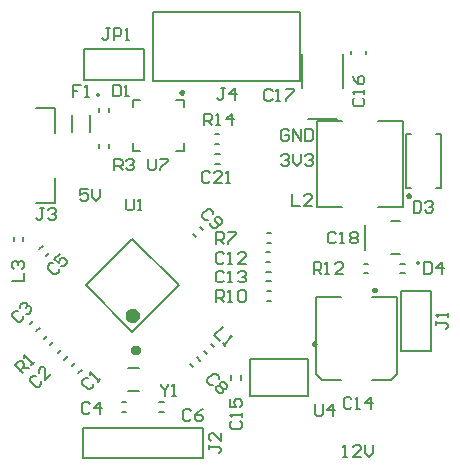
<source format=gto>
%FSTAX23Y23*%
%MOIN*%
%SFA1B1*%

%IPPOS*%
%ADD39C,0.007870*%
%ADD57C,0.009840*%
%ADD58C,0.010000*%
%ADD59C,0.023620*%
%ADD60C,0.005910*%
%LNstepperpcb-1*%
%LPD*%
G54D39*
X01236Y00564D02*
X0132D01*
X0105D02*
X01133D01*
X01236Y00289D02*
X013D01*
X0132Y00309*
Y00564*
X0105Y00309D02*
Y00564D01*
Y00309D02*
X0107Y00289D01*
X01133*
X00828Y0036D02*
X01021D01*
X00828Y00234D02*
X01021D01*
Y0036*
X00828Y00234D02*
Y0036D01*
X00798Y0029D02*
Y00305D01*
X00766Y0029D02*
Y00305D01*
X00628Y00342D02*
X0064Y00331D01*
X00651Y00365D02*
X00662Y00353D01*
X00401Y00214D02*
X00417D01*
X00401Y00183D02*
X00417D01*
X00525D02*
X00541D01*
X00525Y00214D02*
X00541D01*
X00141Y00427D02*
X00151Y00437D01*
X00163Y00405D02*
X00173Y00414D01*
X01053Y01153D02*
X01137D01*
X01053Y00866D02*
X01137D01*
X01255Y01153D02*
X0134D01*
X01255Y00866D02*
X0134D01*
X01053D02*
Y01153D01*
X0134Y00866D02*
Y01153D01*
X00277Y0129D02*
X00477D01*
Y01393*
X00277D02*
X00477D01*
X00277Y0129D02*
Y01393D01*
X00326Y01063D02*
Y01077D01*
X00358Y01063D02*
Y01077D01*
X00699Y00409D02*
X00709Y004D01*
X00676Y00387D02*
X00686Y00377D01*
X00421Y00251D02*
X0046D01*
X00421Y0033D02*
X0046D01*
X00713Y01108D02*
X00727D01*
X00713Y01076D02*
X00727D01*
X01209Y00677D02*
X01223D01*
X01209Y00645D02*
X01223D01*
X00884Y00552D02*
X00898D01*
X00884Y00584D02*
X00898D01*
X00884Y00747D02*
X00898D01*
X00884Y00779D02*
X00898D01*
X01021Y01159D02*
X0112D01*
X01001Y01261D02*
X01001Y01376D01*
X01139Y01261D02*
X01139Y01376D01*
X01216Y01375D02*
Y01387D01*
X01165Y01375D02*
Y01387D01*
X0135Y00929D02*
Y0111D01*
X01464Y00929D02*
Y0111D01*
X0135Y00929D02*
X01364D01*
X0135Y0111D02*
X01364D01*
X0145Y00929D02*
X01464D01*
X0145Y0111D02*
X01464D01*
X00504Y01515D02*
X00996D01*
X00504Y01287D02*
Y01515D01*
Y01287D02*
X00996D01*
Y01515*
X00712Y01009D02*
X00728D01*
X00712Y01041D02*
X00728D01*
X00661Y008D02*
X00672Y00789D01*
X00638Y00777D02*
X00649Y00766D01*
X00881Y00683D02*
X00897D01*
X00881Y00714D02*
X00897D01*
X00883Y00618D02*
X00899D01*
X00883Y00649D02*
X00899D01*
X01333Y00387D02*
X01433D01*
X01333D02*
Y00587D01*
X01433*
Y00387D02*
Y00587D01*
X01299Y00818D02*
X0133D01*
X01299Y00708D02*
X0133D01*
X01213Y00722D02*
Y00804D01*
X01328Y00645D02*
X01344D01*
X01328Y00677D02*
X01344D01*
X00326Y01181D02*
Y01196D01*
X00358Y01181D02*
Y01196D01*
X00149Y00701D02*
X0016Y00712D01*
X00127Y00724D02*
X00138Y00735D01*
X00041Y00752D02*
Y00766D01*
X00073Y00752D02*
Y00766D01*
X00095Y00474D02*
X00106Y00485D01*
X00117Y00451D02*
X00128Y00462D01*
X00188Y00379D02*
X00199Y0039D01*
X0021Y00357D02*
X00221Y00368D01*
X00257Y00312D02*
X00268Y00323D01*
X00235Y00334D02*
X00246Y00345D01*
X00273Y0003D02*
X00673D01*
Y0013*
X00273D02*
X00673D01*
X00273Y0003D02*
Y0013D01*
X0018Y00879D02*
Y00961D01*
Y01113D02*
Y01194D01*
X00117D02*
X0018D01*
X00117Y00879D02*
X0018D01*
X00437Y0076D02*
X00592Y00604D01*
X00281D02*
X00437Y00448D01*
X00281Y00604D02*
X00437Y0076D01*
Y00448D02*
X00592Y00604D01*
G54D57*
X01249Y00589D02*
D01*
X01249Y00589*
X01249Y00589*
X01249Y0059*
X01249Y0059*
X01249Y0059*
X01249Y00591*
X01249Y00591*
X01249Y00591*
X01249Y00591*
X01248Y00592*
X01248Y00592*
X01248Y00592*
X01248Y00592*
X01247Y00593*
X01247Y00593*
X01247Y00593*
X01246Y00593*
X01246Y00593*
X01246Y00593*
X01245Y00593*
X01245Y00593*
X01245Y00593*
X01244*
X01244Y00593*
X01244Y00593*
X01243Y00593*
X01243Y00593*
X01243Y00593*
X01242Y00593*
X01242Y00593*
X01242Y00593*
X01242Y00592*
X01241Y00592*
X01241Y00592*
X01241Y00592*
X01241Y00591*
X0124Y00591*
X0124Y00591*
X0124Y00591*
X0124Y0059*
X0124Y0059*
X0124Y0059*
X0124Y00589*
X0124Y00589*
X0124Y00589*
X0124Y00588*
X0124Y00588*
X0124Y00588*
X0124Y00587*
X0124Y00587*
X0124Y00587*
X0124Y00586*
X0124Y00586*
X01241Y00586*
X01241Y00585*
X01241Y00585*
X01241Y00585*
X01242Y00585*
X01242Y00584*
X01242Y00584*
X01242Y00584*
X01243Y00584*
X01243Y00584*
X01243Y00584*
X01244Y00584*
X01244Y00584*
X01244Y00584*
X01245*
X01245Y00584*
X01245Y00584*
X01246Y00584*
X01246Y00584*
X01246Y00584*
X01247Y00584*
X01247Y00584*
X01247Y00584*
X01248Y00585*
X01248Y00585*
X01248Y00585*
X01248Y00585*
X01249Y00586*
X01249Y00586*
X01249Y00586*
X01249Y00587*
X01249Y00587*
X01249Y00587*
X01249Y00588*
X01249Y00588*
X01249Y00588*
X01249Y00589*
X01048Y00409D02*
D01*
X01048Y00409*
X01048Y0041*
X01048Y0041*
X01048Y0041*
X01047Y00411*
X01047Y00411*
X01047Y00411*
X01047Y00412*
X01047Y00412*
X01047Y00412*
X01046Y00412*
X01046Y00413*
X01046Y00413*
X01046Y00413*
X01045Y00413*
X01045Y00413*
X01045Y00414*
X01044Y00414*
X01044Y00414*
X01044Y00414*
X01043Y00414*
X01043Y00414*
X01043*
X01042Y00414*
X01042Y00414*
X01042Y00414*
X01041Y00414*
X01041Y00414*
X01041Y00413*
X0104Y00413*
X0104Y00413*
X0104Y00413*
X0104Y00413*
X01039Y00412*
X01039Y00412*
X01039Y00412*
X01039Y00412*
X01038Y00411*
X01038Y00411*
X01038Y00411*
X01038Y0041*
X01038Y0041*
X01038Y0041*
X01038Y00409*
X01038Y00409*
X01038Y00409*
X01038Y00408*
X01038Y00408*
X01038Y00408*
X01038Y00407*
X01038Y00407*
X01038Y00407*
X01039Y00406*
X01039Y00406*
X01039Y00406*
X01039Y00406*
X0104Y00405*
X0104Y00405*
X0104Y00405*
X0104Y00405*
X01041Y00405*
X01041Y00404*
X01041Y00404*
X01042Y00404*
X01042Y00404*
X01042Y00404*
X01043Y00404*
X01043*
X01043Y00404*
X01044Y00404*
X01044Y00404*
X01044Y00404*
X01045Y00404*
X01045Y00405*
X01045Y00405*
X01046Y00405*
X01046Y00405*
X01046Y00405*
X01046Y00406*
X01047Y00406*
X01047Y00406*
X01047Y00406*
X01047Y00407*
X01047Y00407*
X01047Y00407*
X01048Y00408*
X01048Y00408*
X01048Y00408*
X01048Y00409*
X01048Y00409*
X00607Y01248D02*
D01*
X00607Y01248*
X00607Y01249*
X00607Y01249*
X00607Y01249*
X00606Y0125*
X00606Y0125*
X00606Y0125*
X00606Y01251*
X00606Y01251*
X00606Y01251*
X00605Y01252*
X00605Y01252*
X00605Y01252*
X00605Y01252*
X00604Y01252*
X00604Y01253*
X00604Y01253*
X00603Y01253*
X00603Y01253*
X00603Y01253*
X00602Y01253*
X00602Y01253*
X00602*
X00601Y01253*
X00601Y01253*
X00601Y01253*
X006Y01253*
X006Y01253*
X006Y01253*
X00599Y01252*
X00599Y01252*
X00599Y01252*
X00599Y01252*
X00598Y01252*
X00598Y01251*
X00598Y01251*
X00598Y01251*
X00598Y0125*
X00597Y0125*
X00597Y0125*
X00597Y01249*
X00597Y01249*
X00597Y01249*
X00597Y01248*
X00597Y01248*
X00597Y01248*
X00597Y01247*
X00597Y01247*
X00597Y01247*
X00597Y01246*
X00597Y01246*
X00598Y01246*
X00598Y01246*
X00598Y01245*
X00598Y01245*
X00598Y01245*
X00599Y01244*
X00599Y01244*
X00599Y01244*
X00599Y01244*
X006Y01244*
X006Y01244*
X006Y01243*
X00601Y01243*
X00601Y01243*
X00601Y01243*
X00602Y01243*
X00602*
X00602Y01243*
X00603Y01243*
X00603Y01243*
X00603Y01243*
X00604Y01244*
X00604Y01244*
X00604Y01244*
X00605Y01244*
X00605Y01244*
X00605Y01244*
X00605Y01245*
X00606Y01245*
X00606Y01245*
X00606Y01246*
X00606Y01246*
X00606Y01246*
X00606Y01246*
X00607Y01247*
X00607Y01247*
X00607Y01247*
X00607Y01248*
X00607Y01248*
X01363Y00903D02*
D01*
X01363Y00903*
X01363Y00904*
X01363Y00904*
X01362Y00904*
X01362Y00905*
X01362Y00905*
X01362Y00905*
X01362Y00906*
X01362Y00906*
X01362Y00906*
X01361Y00906*
X01361Y00907*
X01361Y00907*
X01361Y00907*
X0136Y00907*
X0136Y00907*
X0136Y00908*
X01359Y00908*
X01359Y00908*
X01359Y00908*
X01358Y00908*
X01358Y00908*
X01358*
X01357Y00908*
X01357Y00908*
X01357Y00908*
X01356Y00908*
X01356Y00908*
X01356Y00907*
X01355Y00907*
X01355Y00907*
X01355Y00907*
X01354Y00907*
X01354Y00906*
X01354Y00906*
X01354Y00906*
X01354Y00906*
X01353Y00905*
X01353Y00905*
X01353Y00905*
X01353Y00904*
X01353Y00904*
X01353Y00904*
X01353Y00903*
X01353Y00903*
X01353Y00903*
X01353Y00902*
X01353Y00902*
X01353Y00902*
X01353Y00901*
X01353Y00901*
X01353Y00901*
X01354Y009*
X01354Y009*
X01354Y009*
X01354Y009*
X01354Y00899*
X01355Y00899*
X01355Y00899*
X01355Y00899*
X01356Y00899*
X01356Y00898*
X01356Y00898*
X01357Y00898*
X01357Y00898*
X01357Y00898*
X01358Y00898*
X01358*
X01358Y00898*
X01359Y00898*
X01359Y00898*
X01359Y00898*
X0136Y00898*
X0136Y00899*
X0136Y00899*
X01361Y00899*
X01361Y00899*
X01361Y00899*
X01361Y009*
X01362Y009*
X01362Y009*
X01362Y009*
X01362Y00901*
X01362Y00901*
X01362Y00901*
X01362Y00902*
X01363Y00902*
X01363Y00902*
X01363Y00903*
X01363Y00903*
G54D58*
X01389Y00682D02*
D01*
X01389Y00682*
X01389Y00682*
X01389Y00682*
X01389Y00682*
X01389Y00682*
X01389Y00682*
X01389Y00682*
X01389Y00683*
X01389Y00683*
X01389Y00683*
X01389Y00683*
X01389Y00683*
X01389Y00683*
X01388Y00683*
X01388Y00683*
X01388Y00683*
X01388Y00683*
X01388Y00683*
X01388Y00683*
X01388Y00683*
X01388Y00683*
X01388Y00683*
X01388*
X01388Y00683*
X01387Y00683*
X01387Y00683*
X01387Y00683*
X01387Y00683*
X01387Y00683*
X01387Y00683*
X01387Y00683*
X01387Y00683*
X01387Y00683*
X01387Y00683*
X01387Y00683*
X01387Y00683*
X01386Y00683*
X01386Y00682*
X01386Y00682*
X01386Y00682*
X01386Y00682*
X01386Y00682*
X01386Y00682*
X01386Y00682*
X01386Y00682*
X01386Y00682*
X01386Y00682*
X01386Y00681*
X01386Y00681*
X01386Y00681*
X01386Y00681*
X01386Y00681*
X01386Y00681*
X01387Y00681*
X01387Y00681*
X01387Y00681*
X01387Y00681*
X01387Y00681*
X01387Y00681*
X01387Y00681*
X01387Y00681*
X01387Y0068*
X01387Y0068*
X01387Y0068*
X01387Y0068*
X01388Y0068*
X01388Y0068*
X01388*
X01388Y0068*
X01388Y0068*
X01388Y0068*
X01388Y0068*
X01388Y0068*
X01388Y00681*
X01388Y00681*
X01388Y00681*
X01389Y00681*
X01389Y00681*
X01389Y00681*
X01389Y00681*
X01389Y00681*
X01389Y00681*
X01389Y00681*
X01389Y00681*
X01389Y00681*
X01389Y00681*
X01389Y00681*
X01389Y00682*
X01389Y00682*
X01389Y00682*
X00323Y0124D02*
D01*
X00323Y0124*
X00323Y0124*
X00323Y0124*
X00323Y0124*
X00322Y01241*
X00322Y01241*
X00322Y01241*
X00322Y01241*
X00322Y01241*
X00322Y01241*
X00322Y01241*
X00322Y01241*
X00322Y01241*
X00322Y01241*
X00322Y01241*
X00322Y01241*
X00322Y01241*
X00322Y01241*
X00322Y01241*
X00321Y01241*
X00321Y01241*
X00321Y01241*
X00321*
X00321Y01241*
X00321Y01241*
X00321Y01241*
X00321Y01241*
X00321Y01241*
X00321Y01241*
X0032Y01241*
X0032Y01241*
X0032Y01241*
X0032Y01241*
X0032Y01241*
X0032Y01241*
X0032Y01241*
X0032Y01241*
X0032Y01241*
X0032Y01241*
X0032Y01241*
X0032Y0124*
X0032Y0124*
X0032Y0124*
X0032Y0124*
X0032Y0124*
X0032Y0124*
X0032Y0124*
X0032Y0124*
X0032Y0124*
X0032Y0124*
X0032Y01239*
X0032Y01239*
X0032Y01239*
X0032Y01239*
X0032Y01239*
X0032Y01239*
X0032Y01239*
X0032Y01239*
X0032Y01239*
X0032Y01239*
X00321Y01239*
X00321Y01239*
X00321Y01239*
X00321Y01239*
X00321Y01239*
X00321Y01239*
X00321Y01239*
X00321*
X00321Y01239*
X00321Y01239*
X00322Y01239*
X00322Y01239*
X00322Y01239*
X00322Y01239*
X00322Y01239*
X00322Y01239*
X00322Y01239*
X00322Y01239*
X00322Y01239*
X00322Y01239*
X00322Y01239*
X00322Y01239*
X00322Y01239*
X00322Y01239*
X00322Y0124*
X00323Y0124*
X00323Y0124*
X00323Y0124*
X00323Y0124*
X00323Y0124*
G54D59*
X00452Y00389D02*
D01*
X00452Y00389*
X00452Y00389*
X00452Y0039*
X00452Y0039*
X00452Y0039*
X00451Y00391*
X00451Y00391*
X00451Y00391*
X00451Y00391*
X00451Y00392*
X0045Y00392*
X0045Y00392*
X0045Y00392*
X0045Y00393*
X00449Y00393*
X00449Y00393*
X00449Y00393*
X00448Y00393*
X00448Y00393*
X00448Y00393*
X00447Y00393*
X00447Y00393*
X00447*
X00446Y00393*
X00446Y00393*
X00446Y00393*
X00445Y00393*
X00445Y00393*
X00445Y00393*
X00444Y00393*
X00444Y00393*
X00444Y00392*
X00444Y00392*
X00443Y00392*
X00443Y00392*
X00443Y00391*
X00443Y00391*
X00443Y00391*
X00442Y00391*
X00442Y0039*
X00442Y0039*
X00442Y0039*
X00442Y00389*
X00442Y00389*
X00442Y00389*
X00442Y00388*
X00442Y00388*
X00442Y00387*
X00442Y00387*
X00442Y00387*
X00442Y00386*
X00443Y00386*
X00443Y00386*
X00443Y00386*
X00443Y00385*
X00443Y00385*
X00444Y00385*
X00444Y00385*
X00444Y00384*
X00444Y00384*
X00445Y00384*
X00445Y00384*
X00445Y00384*
X00446Y00384*
X00446Y00384*
X00446Y00384*
X00447Y00384*
X00447*
X00447Y00384*
X00448Y00384*
X00448Y00384*
X00448Y00384*
X00449Y00384*
X00449Y00384*
X00449Y00384*
X0045Y00384*
X0045Y00385*
X0045Y00385*
X0045Y00385*
X00451Y00385*
X00451Y00386*
X00451Y00386*
X00451Y00386*
X00451Y00386*
X00452Y00387*
X00452Y00387*
X00452Y00387*
X00452Y00388*
X00452Y00388*
X00452Y00389*
X00448Y00504D02*
D01*
X00448Y00504*
X00448Y00505*
X00448Y00506*
X00448Y00507*
X00448Y00508*
X00447Y00508*
X00447Y00509*
X00447Y0051*
X00446Y00511*
X00446Y00511*
X00445Y00512*
X00444Y00512*
X00444Y00513*
X00443Y00513*
X00442Y00514*
X00442Y00514*
X00441Y00515*
X0044Y00515*
X00439Y00515*
X00439Y00515*
X00438Y00515*
X00437Y00515*
X00436*
X00435Y00515*
X00434Y00515*
X00434Y00515*
X00433Y00515*
X00432Y00515*
X00431Y00514*
X00431Y00514*
X0043Y00513*
X00429Y00513*
X00429Y00512*
X00428Y00512*
X00427Y00511*
X00427Y00511*
X00426Y0051*
X00426Y00509*
X00426Y00508*
X00425Y00508*
X00425Y00507*
X00425Y00506*
X00425Y00505*
X00425Y00504*
X00425Y00504*
X00425Y00503*
X00425Y00502*
X00425Y00501*
X00425Y005*
X00425Y005*
X00426Y00499*
X00426Y00498*
X00426Y00497*
X00427Y00497*
X00427Y00496*
X00428Y00495*
X00429Y00495*
X00429Y00494*
X0043Y00494*
X00431Y00493*
X00431Y00493*
X00432Y00493*
X00433Y00492*
X00434Y00492*
X00434Y00492*
X00435Y00492*
X00436Y00492*
X00437*
X00438Y00492*
X00439Y00492*
X00439Y00492*
X0044Y00492*
X00441Y00493*
X00442Y00493*
X00442Y00493*
X00443Y00494*
X00444Y00494*
X00444Y00495*
X00445Y00495*
X00446Y00496*
X00446Y00497*
X00447Y00497*
X00447Y00498*
X00447Y00499*
X00448Y005*
X00448Y005*
X00448Y00501*
X00448Y00502*
X00448Y00503*
X00448Y00504*
G54D60*
X00234Y01116D02*
Y01171D01*
X00297Y01116D02*
Y01171D01*
X00438Y01198D02*
Y01223D01*
X00463*
X00438Y01053D02*
Y01078D01*
Y01053D02*
X00463D01*
X00583D02*
X00608D01*
Y01078*
Y01198D02*
Y01223D01*
X00583D02*
X00608D01*
X01167Y00225D02*
X01161Y00232D01*
X01148*
X01141Y00225*
Y00199*
X01148Y00192*
X01161*
X01167Y00199*
X01181Y00192D02*
X01194D01*
X01187*
Y00232*
X01181Y00225*
X01233Y00192D02*
Y00232D01*
X01213Y00212*
X0124*
X01047Y00208D02*
Y00175D01*
X01053Y00169*
X01066*
X01073Y00175*
Y00208*
X01106Y00169D02*
Y00208D01*
X01086Y00188*
X01112*
X0077Y00152D02*
X00763Y00145D01*
Y00132*
X0077Y00125*
X00796*
X00803Y00132*
Y00145*
X00796Y00152*
X00803Y00165D02*
Y00178D01*
Y00171*
X00763*
X0077Y00165*
X00763Y00224D02*
Y00198D01*
X00783*
X00776Y00211*
Y00217*
X00783Y00224*
X00796*
X00803Y00217*
Y00204*
X00796Y00198*
X00724Y00292D02*
Y00301D01*
X00715Y0031*
X00706*
X00687Y00292*
Y00282*
X00696Y00273*
X00706*
X00734Y00282D02*
X00743D01*
X00752Y00273*
Y00264*
X00748Y00259*
X00738*
Y0025*
X00734Y00245*
X00724*
X00715Y00254*
Y00264*
X0072Y00268*
X00729*
Y00278*
X00734Y00282*
X00729Y00268D02*
X00738Y00259D01*
X00295Y00209D02*
X00289Y00216D01*
X00276*
X00269Y00209*
Y00183*
X00276Y00177*
X00289*
X00295Y00183*
X00328Y00177D02*
Y00216D01*
X00309Y00196*
X00335*
X00632Y00186D02*
X00625Y00192D01*
X00612*
X00606Y00186*
Y0016*
X00612Y00153*
X00625*
X00632Y0016*
X00671Y00192D02*
X00658Y00186D01*
X00645Y00173*
Y0016*
X00652Y00153*
X00665*
X00671Y0016*
Y00166*
X00665Y00173*
X00645*
X0029Y00925D02*
X00263D01*
Y00905*
X00276Y00912*
X00283*
X0029Y00905*
Y00892*
X00283Y00885*
X0027*
X00263Y00892*
X00303Y00925D02*
Y00898D01*
X00316Y00885*
X00329Y00898*
Y00925*
X00266Y01271D02*
X0024D01*
Y01251*
X00253*
X0024*
Y01232*
X00279D02*
X00292D01*
X00286*
Y01271*
X00279Y01265*
X01041Y00641D02*
Y00681D01*
X01061*
X01067Y00674*
Y00661*
X01061Y00654*
X01041*
X01054D02*
X01067Y00641D01*
X0108D02*
X01093D01*
X01087*
Y00681*
X0108Y00674*
X01139Y00641D02*
X01113D01*
X01139Y00667*
Y00674*
X01133Y00681*
X0112*
X01113Y00674*
X00716Y00742D02*
Y00781D01*
X00736*
X00742Y00774*
Y00761*
X00736Y00755*
X00716*
X00729D02*
X00742Y00742D01*
X00755Y00781D02*
X00782D01*
Y00774*
X00755Y00748*
Y00742*
X00716Y00549D02*
Y00588D01*
X00736*
X00742Y00582*
Y00568*
X00736Y00562*
X00716*
X00729D02*
X00742Y00549D01*
X00755D02*
X00769D01*
X00762*
Y00588*
X00755Y00582*
X00788D02*
X00795Y00588D01*
X00808*
X00814Y00582*
Y00555*
X00808Y00549*
X00795*
X00788Y00555*
Y00582*
X00377Y00988D02*
Y01027D01*
X00397*
X00404Y0102*
Y01007*
X00397Y01001*
X00377*
X00391D02*
X00404Y00988D01*
X00417Y0102D02*
X00423Y01027D01*
X00436*
X00443Y0102*
Y01014*
X00436Y01007*
X0043*
X00436*
X00443Y01001*
Y00994*
X00436Y00988*
X00423*
X00417Y00994*
X00361Y01462D02*
X00348D01*
X00355*
Y01429*
X00348Y01422*
X00341*
X00335Y01429*
X00374Y01422D02*
Y01462D01*
X00394*
X004Y01455*
Y01442*
X00394Y01435*
X00374*
X00414Y01422D02*
X00427D01*
X0042*
Y01462*
X00414Y01455*
X00738Y00466D02*
X0071Y00438D01*
X00729Y0042*
X00738Y00411D02*
X00747Y00401D01*
X00743Y00406*
X0077Y00434*
X00761*
X00676Y01138D02*
Y01177D01*
X00696*
X00702Y01171*
Y01158*
X00696Y01151*
X00676*
X00689D02*
X00702Y01138D01*
X00715D02*
X00729D01*
X00722*
Y01177*
X00715Y01171*
X00768Y01138D02*
Y01177D01*
X00748Y01158*
X00774*
X00531Y00275D02*
Y00269D01*
X00544Y00255*
X00557Y00269*
Y00275*
X00544Y00255D02*
Y00236D01*
X0057D02*
X00583D01*
X00577*
Y00275*
X0057Y00269*
X0097Y00909D02*
Y0087D01*
X00996*
X01036D02*
X01009D01*
X01036Y00896*
Y00902*
X01029Y00909*
X01016*
X01009Y00902*
X00072Y00311D02*
X00045Y00338D01*
X00058Y00352*
X00068*
X00077Y00343*
Y00334*
X00063Y0032*
X00072Y00329D02*
X00091D01*
X001Y00338D02*
X00109Y00348D01*
X00105Y00343*
X00077Y00371*
Y00362*
X00933Y01036D02*
X00939Y01043D01*
X00952*
X00959Y01036*
Y0103*
X00952Y01023*
X00946*
X00952*
X00959Y01017*
Y0101*
X00952Y01003*
X00939*
X00933Y0101*
X00972Y01043D02*
Y01017D01*
X00985Y01003*
X00998Y01017*
Y01043*
X01011Y01036D02*
X01018Y01043D01*
X01031*
X01038Y01036*
Y0103*
X01031Y01023*
X01024*
X01031*
X01038Y01017*
Y0101*
X01031Y01003*
X01018*
X01011Y0101*
X01139Y00033D02*
X01152D01*
X01146*
Y00072*
X01139Y00066*
X01198Y00033D02*
X01172D01*
X01198Y00059*
Y00066*
X01192Y00072*
X01179*
X01172Y00066*
X01211Y00072D02*
Y00046D01*
X01225Y00033*
X01238Y00046*
Y00072*
X0049Y01027D02*
Y00994D01*
X00496Y00988*
X00509*
X00516Y00994*
Y01027*
X00529D02*
X00555D01*
Y0102*
X00529Y00994*
Y00988*
X00904Y01253D02*
X00897Y01259D01*
X00884*
X00877Y01253*
Y01227*
X00884Y0122*
X00897*
X00904Y01227*
X00917Y0122D02*
X0093D01*
X00923*
Y01259*
X00917Y01253*
X0095Y01259D02*
X00976D01*
Y01253*
X0095Y01227*
Y0122*
X01177Y01228D02*
X01171Y01222D01*
Y01209*
X01177Y01202*
X01204*
X0121Y01209*
Y01222*
X01204Y01228*
X0121Y01242D02*
Y01255D01*
Y01248*
X01171*
X01177Y01242*
X01171Y01301D02*
X01177Y01288D01*
X0119Y01274*
X01204*
X0121Y01281*
Y01294*
X01204Y01301*
X01197*
X0119Y01294*
Y01274*
X01374Y00887D02*
Y00847D01*
X01393*
X014Y00854*
Y0088*
X01393Y00887*
X01374*
X01413Y0088D02*
X0142Y00887D01*
X01433*
X01439Y0088*
Y00874*
X01433Y00867*
X01426*
X01433*
X01439Y00861*
Y00854*
X01433Y00847*
X0142*
X01413Y00854*
X00746Y01261D02*
X00733D01*
X0074*
Y01229*
X00733Y01222*
X00727*
X0072Y01229*
X00779Y01222D02*
Y01261D01*
X00759Y01242*
X00786*
X00959Y01119D02*
X00952Y01125D01*
X00939*
X00933Y01119*
Y01093*
X00939Y01086*
X00952*
X00959Y01093*
Y01106*
X00946*
X00972Y01086D02*
Y01125D01*
X00998Y01086*
Y01125*
X01011D02*
Y01086D01*
X01031*
X01038Y01093*
Y01119*
X01031Y01125*
X01011*
X00695Y00979D02*
X00688Y00986D01*
X00675*
X00669Y00979*
Y00953*
X00675Y00946*
X00688*
X00695Y00953*
X00734Y00946D02*
X00708D01*
X00734Y00973*
Y00979*
X00728Y00986*
X00715*
X00708Y00979*
X00748Y00946D02*
X00761D01*
X00754*
Y00986*
X00748Y00979*
X00707Y00841D02*
Y0085D01*
X00697Y00859*
X00688*
X00669Y00841*
Y00831*
X00679Y00822*
X00688*
X00697Y00813D02*
Y00804D01*
X00707Y00794*
X00716*
X00734Y00813*
Y00822*
X00725Y00831*
X00716*
X00711Y00827*
Y00818*
X00725Y00804*
X00742Y00709D02*
X00736Y00716D01*
X00723*
X00716Y00709*
Y00683*
X00723Y00677*
X00736*
X00742Y00683*
X00755Y00677D02*
X00769D01*
X00762*
Y00716*
X00755Y00709*
X00814Y00677D02*
X00788D01*
X00814Y00703*
Y00709*
X00808Y00716*
X00795*
X00788Y00709*
X00742Y00646D02*
X00736Y00653D01*
X00723*
X00716Y00646*
Y0062*
X00723Y00614*
X00736*
X00742Y0062*
X00755Y00614D02*
X00769D01*
X00762*
Y00653*
X00755Y00646*
X00788D02*
X00795Y00653D01*
X00808*
X00814Y00646*
Y0064*
X00808Y00633*
X00801*
X00808*
X00814Y00627*
Y0062*
X00808Y00614*
X00795*
X00788Y0062*
X0145Y00486D02*
Y00473D01*
Y0048*
X01483*
X0149Y00473*
Y00467*
X01483Y0046*
X0149Y00499D02*
Y00513D01*
Y00506*
X0145*
X01457Y00499*
X01116Y00776D02*
X0111Y00783D01*
X01097*
X0109Y00776*
Y0075*
X01097Y00744*
X0111*
X01116Y0075*
X01129Y00744D02*
X01143D01*
X01136*
Y00783*
X01129Y00776*
X01162D02*
X01169Y00783D01*
X01182*
X01188Y00776*
Y0077*
X01182Y00763*
X01188Y00757*
Y0075*
X01182Y00744*
X01169*
X01162Y0075*
Y00757*
X01169Y00763*
X01162Y0077*
Y00776*
X01169Y00763D02*
X01182D01*
X01409Y00681D02*
Y00641D01*
X01429*
X01435Y00648*
Y00674*
X01429Y00681*
X01409*
X01468Y00641D02*
Y00681D01*
X01448Y00661*
X01475*
X00372Y01273D02*
Y01234D01*
X00391*
X00398Y0124*
Y01267*
X00391Y01273*
X00372*
X00411Y01234D02*
X00424D01*
X00417*
Y01273*
X00411Y01267*
X00173Y00678D02*
X00163D01*
X00154Y00668*
Y00659*
X00173Y00641*
X00182*
X00191Y0065*
Y00659*
X00196Y0071D02*
X00177Y00692D01*
X00191Y00678*
X00196Y00692*
X002Y00696*
X0021*
X00219Y00687*
Y00678*
X0021Y00668*
X002*
X00037Y0062D02*
X00076D01*
Y00646*
X00043Y00659D02*
X00037Y00666D01*
Y00679*
X00043Y00685*
X0005*
X00057Y00679*
Y00672*
Y00679*
X00063Y00685*
X0007*
X00076Y00679*
Y00666*
X0007Y00659*
X00054Y0052D02*
X00045D01*
X00035Y0051*
Y00501*
X00054Y00482*
X00063*
X00072Y00492*
Y00501*
X00063Y00529D02*
Y00538D01*
X00072Y00547*
X00082*
X00086Y00543*
Y00534*
X00082Y00529*
X00086Y00534*
X00096*
X001Y00529*
Y0052*
X00091Y0051*
X00082*
X00115Y00303D02*
X00106D01*
X00096Y00294*
Y00285*
X00115Y00266*
X00124*
X00133Y00275*
Y00285*
X00166Y00308D02*
X00147Y00289D01*
Y00326*
X00143Y00331*
X00133*
X00124Y00322*
Y00312*
X00288Y00295D02*
X00279D01*
X0027Y00286*
Y00277*
X00288Y00258*
X00297*
X00307Y00267*
Y00277*
X00321Y00281D02*
X0033Y00291D01*
X00325Y00286*
X00297Y00314*
Y00304*
X00692Y00073D02*
Y0006D01*
Y00066*
X00725*
X00732Y0006*
Y00053*
X00725Y00047*
X00732Y00112D02*
Y00086D01*
X00706Y00112*
X00699*
X00692Y00106*
Y00093*
X00699Y00086*
X00142Y00862D02*
X00129D01*
X00135*
Y00829*
X00129Y00822*
X00122*
X00116Y00829*
X00155Y00855D02*
X00162Y00862D01*
X00175*
X00181Y00855*
Y00849*
X00175Y00842*
X00168*
X00175*
X00181Y00835*
Y00829*
X00175Y00822*
X00162*
X00155Y00829*
X00415Y00893D02*
Y0086D01*
X00421Y00854*
X00435*
X00441Y0086*
Y00893*
X00454Y00854D02*
X00467D01*
X00461*
Y00893*
X00454Y00887*
M02*
</source>
